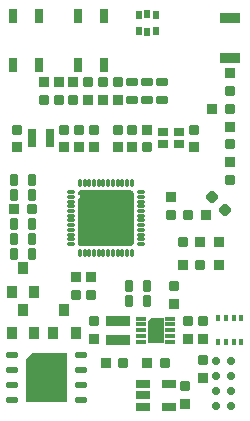
<source format=gbr>
%TF.GenerationSoftware,Altium Limited,Altium Designer,22.11.1 (43)*%
G04 Layer_Color=8388736*
%FSLAX45Y45*%
%MOMM*%
%TF.SameCoordinates,68354FB4-E10A-4FE8-B7D5-3B9F33A940C7*%
%TF.FilePolarity,Negative*%
%TF.FileFunction,Soldermask,Top*%
%TF.Part,Single*%
G01*
G75*
%TA.AperFunction,ViaPad*%
%ADD44C,0.70000*%
%TA.AperFunction,SMDPad,CuDef*%
%ADD49R,0.90160X0.90160*%
G04:AMPARAMS|DCode=50|XSize=0.9016mm|YSize=0.9016mm|CornerRadius=0.1308mm|HoleSize=0mm|Usage=FLASHONLY|Rotation=0.000|XOffset=0mm|YOffset=0mm|HoleType=Round|Shape=RoundedRectangle|*
%AMROUNDEDRECTD50*
21,1,0.90160,0.64000,0,0,0.0*
21,1,0.64000,0.90160,0,0,0.0*
1,1,0.26160,0.32000,-0.32000*
1,1,0.26160,-0.32000,-0.32000*
1,1,0.26160,-0.32000,0.32000*
1,1,0.26160,0.32000,0.32000*
%
%ADD50ROUNDEDRECTD50*%
G04:AMPARAMS|DCode=51|XSize=0.9016mm|YSize=0.9016mm|CornerRadius=0.1508mm|HoleSize=0mm|Usage=FLASHONLY|Rotation=0.000|XOffset=0mm|YOffset=0mm|HoleType=Round|Shape=RoundedRectangle|*
%AMROUNDEDRECTD51*
21,1,0.90160,0.60000,0,0,0.0*
21,1,0.60000,0.90160,0,0,0.0*
1,1,0.30160,0.30000,-0.30000*
1,1,0.30160,-0.30000,-0.30000*
1,1,0.30160,-0.30000,0.30000*
1,1,0.30160,0.30000,0.30000*
%
%ADD51ROUNDEDRECTD51*%
G04:AMPARAMS|DCode=52|XSize=0.9016mm|YSize=0.9016mm|CornerRadius=0.1308mm|HoleSize=0mm|Usage=FLASHONLY|Rotation=270.000|XOffset=0mm|YOffset=0mm|HoleType=Round|Shape=RoundedRectangle|*
%AMROUNDEDRECTD52*
21,1,0.90160,0.64000,0,0,270.0*
21,1,0.64000,0.90160,0,0,270.0*
1,1,0.26160,-0.32000,-0.32000*
1,1,0.26160,-0.32000,0.32000*
1,1,0.26160,0.32000,0.32000*
1,1,0.26160,0.32000,-0.32000*
%
%ADD52ROUNDEDRECTD52*%
G04:AMPARAMS|DCode=53|XSize=0.9016mm|YSize=0.9016mm|CornerRadius=0.1508mm|HoleSize=0mm|Usage=FLASHONLY|Rotation=270.000|XOffset=0mm|YOffset=0mm|HoleType=Round|Shape=RoundedRectangle|*
%AMROUNDEDRECTD53*
21,1,0.90160,0.60000,0,0,270.0*
21,1,0.60000,0.90160,0,0,270.0*
1,1,0.30160,-0.30000,-0.30000*
1,1,0.30160,-0.30000,0.30000*
1,1,0.30160,0.30000,0.30000*
1,1,0.30160,0.30000,-0.30000*
%
%ADD53ROUNDEDRECTD53*%
G04:AMPARAMS|DCode=54|XSize=0.7016mm|YSize=1.0016mm|CornerRadius=0.1108mm|HoleSize=0mm|Usage=FLASHONLY|Rotation=90.000|XOffset=0mm|YOffset=0mm|HoleType=Round|Shape=RoundedRectangle|*
%AMROUNDEDRECTD54*
21,1,0.70160,0.78000,0,0,90.0*
21,1,0.48000,1.00160,0,0,90.0*
1,1,0.22160,0.39000,0.24000*
1,1,0.22160,0.39000,-0.24000*
1,1,0.22160,-0.39000,-0.24000*
1,1,0.22160,-0.39000,0.24000*
%
%ADD54ROUNDEDRECTD54*%
G04:AMPARAMS|DCode=55|XSize=0.7016mm|YSize=1.0016mm|CornerRadius=0.1258mm|HoleSize=0mm|Usage=FLASHONLY|Rotation=90.000|XOffset=0mm|YOffset=0mm|HoleType=Round|Shape=RoundedRectangle|*
%AMROUNDEDRECTD55*
21,1,0.70160,0.75000,0,0,90.0*
21,1,0.45000,1.00160,0,0,90.0*
1,1,0.25160,0.37500,0.22500*
1,1,0.25160,0.37500,-0.22500*
1,1,0.25160,-0.37500,-0.22500*
1,1,0.25160,-0.37500,0.22500*
%
%ADD55ROUNDEDRECTD55*%
%ADD56R,0.75160X1.15160*%
G04:AMPARAMS|DCode=57|XSize=0.7016mm|YSize=1.0016mm|CornerRadius=0.1258mm|HoleSize=0mm|Usage=FLASHONLY|Rotation=180.000|XOffset=0mm|YOffset=0mm|HoleType=Round|Shape=RoundedRectangle|*
%AMROUNDEDRECTD57*
21,1,0.70160,0.75000,0,0,180.0*
21,1,0.45000,1.00160,0,0,180.0*
1,1,0.25160,-0.22500,0.37500*
1,1,0.25160,0.22500,0.37500*
1,1,0.25160,0.22500,-0.37500*
1,1,0.25160,-0.22500,-0.37500*
%
%ADD57ROUNDEDRECTD57*%
G04:AMPARAMS|DCode=58|XSize=0.7016mm|YSize=1.0016mm|CornerRadius=0.1108mm|HoleSize=0mm|Usage=FLASHONLY|Rotation=180.000|XOffset=0mm|YOffset=0mm|HoleType=Round|Shape=RoundedRectangle|*
%AMROUNDEDRECTD58*
21,1,0.70160,0.78000,0,0,180.0*
21,1,0.48000,1.00160,0,0,180.0*
1,1,0.22160,-0.24000,0.39000*
1,1,0.22160,0.24000,0.39000*
1,1,0.22160,0.24000,-0.39000*
1,1,0.22160,-0.24000,-0.39000*
%
%ADD58ROUNDEDRECTD58*%
%ADD59R,0.45160X0.60160*%
%ADD60R,0.50160X0.65160*%
%ADD61R,0.60160X0.80160*%
%ADD62R,1.70160X0.90160*%
%ADD63R,0.85160X0.80160*%
%ADD64R,2.10160X0.95160*%
%ADD65R,1.20160X0.75160*%
G04:AMPARAMS|DCode=66|XSize=0.9016mm|YSize=0.9016mm|CornerRadius=0.1308mm|HoleSize=0mm|Usage=FLASHONLY|Rotation=135.000|XOffset=0mm|YOffset=0mm|HoleType=Round|Shape=RoundedRectangle|*
%AMROUNDEDRECTD66*
21,1,0.90160,0.64000,0,0,135.0*
21,1,0.64000,0.90160,0,0,135.0*
1,1,0.26160,0.00000,0.45255*
1,1,0.26160,0.45255,0.00000*
1,1,0.26160,0.00000,-0.45255*
1,1,0.26160,-0.45255,0.00000*
%
%ADD66ROUNDEDRECTD66*%
G04:AMPARAMS|DCode=67|XSize=0.9016mm|YSize=0.9016mm|CornerRadius=0.1508mm|HoleSize=0mm|Usage=FLASHONLY|Rotation=135.000|XOffset=0mm|YOffset=0mm|HoleType=Round|Shape=RoundedRectangle|*
%AMROUNDEDRECTD67*
21,1,0.90160,0.60000,0,0,135.0*
21,1,0.60000,0.90160,0,0,135.0*
1,1,0.30160,0.00000,0.42427*
1,1,0.30160,0.42427,0.00000*
1,1,0.30160,0.00000,-0.42427*
1,1,0.30160,-0.42427,0.00000*
%
%ADD67ROUNDEDRECTD67*%
%ADD68R,0.95160X0.40160*%
%ADD69R,0.90160X1.00160*%
%ADD70R,0.80160X1.50160*%
%ADD71O,0.30160X0.80160*%
%ADD72O,0.80160X0.30160*%
%ADD73O,1.10160X0.50160*%
G36*
X595996Y555007D02*
X596953Y554716D01*
X597836Y554245D01*
X598609Y553610D01*
X599244Y552836D01*
X599716Y551954D01*
X600006Y550996D01*
X600104Y550000D01*
Y150000D01*
X600006Y149004D01*
X599716Y148046D01*
X599244Y147164D01*
X598609Y146390D01*
X597836Y145756D01*
X596953Y145284D01*
X595996Y144993D01*
X595000Y144895D01*
X255000D01*
X254004Y144993D01*
X253046Y145284D01*
X252164Y145756D01*
X251390Y146390D01*
X250756Y147164D01*
X250284Y148046D01*
X249993Y149004D01*
X249895Y150000D01*
Y500000D01*
X249993Y500996D01*
X250284Y501954D01*
X250756Y502836D01*
X251390Y503610D01*
X301390Y553610D01*
X302164Y554245D01*
X303046Y554716D01*
X304004Y555007D01*
X305000Y555105D01*
X595000D01*
X595996Y555007D01*
D02*
G37*
G36*
X1312503Y857605D02*
X1412500D01*
X1413496Y857507D01*
X1414454Y857216D01*
X1415336Y856745D01*
X1416110Y856110D01*
X1416744Y855336D01*
X1417216Y854454D01*
X1417507Y853496D01*
X1417605Y852500D01*
Y647500D01*
X1417507Y646504D01*
X1417216Y645547D01*
X1416744Y644664D01*
X1416110Y643891D01*
X1415336Y643256D01*
X1414454Y642784D01*
X1413496Y642494D01*
X1412500Y642395D01*
X1287500D01*
X1286504Y642494D01*
X1285547Y642784D01*
X1284664Y643256D01*
X1283890Y643891D01*
X1283256Y644664D01*
X1282784Y645547D01*
X1282493Y646504D01*
X1282395Y647500D01*
Y827500D01*
X1282493Y828496D01*
X1282784Y829454D01*
X1283256Y830336D01*
X1283890Y831110D01*
X1308890Y856110D01*
X1309664Y856745D01*
X1310239Y857052D01*
X1310547Y857216D01*
X1311504Y857507D01*
X1312500Y857605D01*
X1312503Y857605D01*
D02*
G37*
G36*
X1137966Y1935007D02*
X1141830Y1934238D01*
X1142787Y1933947D01*
X1146427Y1932440D01*
X1147310Y1931968D01*
X1147311Y1931967D01*
X1150585Y1929779D01*
X1151359Y1929144D01*
X1154145Y1926359D01*
X1154779Y1925585D01*
X1156967Y1922311D01*
X1156968Y1922310D01*
X1157440Y1921427D01*
X1158947Y1917787D01*
X1159238Y1916830D01*
X1160007Y1912966D01*
X1160105Y1911970D01*
Y1910000D01*
Y1490000D01*
Y1488030D01*
X1160007Y1487034D01*
X1159238Y1483170D01*
X1158947Y1482213D01*
X1157440Y1478573D01*
X1156968Y1477690D01*
X1156967Y1477689D01*
X1154779Y1474415D01*
X1154145Y1473641D01*
X1151359Y1470855D01*
X1150585Y1470221D01*
X1147311Y1468033D01*
X1147310Y1468032D01*
X1146427Y1467560D01*
X1142787Y1466052D01*
X1141830Y1465762D01*
X1137966Y1464993D01*
X1136970Y1464895D01*
X713030D01*
X712034Y1464993D01*
X708170Y1465762D01*
X707213Y1466052D01*
X703573Y1467560D01*
X702690Y1468032D01*
X702689Y1468033D01*
X699415Y1470221D01*
X698641Y1470855D01*
X695855Y1473641D01*
X695221Y1474415D01*
X693033Y1477689D01*
X693032Y1477690D01*
X692560Y1478573D01*
X691052Y1482213D01*
X690762Y1483170D01*
X689993Y1487034D01*
X689895Y1488030D01*
Y1490000D01*
Y1860000D01*
X689928Y1860332D01*
X689939Y1860667D01*
X689977Y1860829D01*
X689993Y1860996D01*
X690090Y1861316D01*
X690166Y1861641D01*
X690235Y1861793D01*
X690284Y1861953D01*
X690441Y1862248D01*
X690579Y1862552D01*
X690677Y1862688D01*
X690756Y1862836D01*
X690967Y1863094D01*
X691162Y1863366D01*
X691284Y1863480D01*
X691390Y1863609D01*
X691649Y1863822D01*
X691893Y1864050D01*
X692035Y1864138D01*
X692164Y1864244D01*
X692458Y1864401D01*
X692742Y1864578D01*
X692900Y1864637D01*
X693046Y1864716D01*
X693364Y1864812D01*
X693679Y1864931D01*
X693844Y1864958D01*
X694004Y1865006D01*
X694336Y1865039D01*
X694666Y1865094D01*
X696775Y1865232D01*
X700683Y1866279D01*
X704040Y1868217D01*
X706782Y1870959D01*
X708721Y1874317D01*
X709724Y1878061D01*
Y1881938D01*
X708721Y1885683D01*
X706783Y1889040D01*
X704041Y1891782D01*
X700683Y1893721D01*
X696775Y1894768D01*
X694666Y1894906D01*
X694337Y1894960D01*
X694004Y1894993D01*
X693946Y1895011D01*
X693843Y1895042D01*
X693679Y1895069D01*
X693366Y1895187D01*
X693046Y1895284D01*
X692899Y1895363D01*
X692742Y1895422D01*
X692459Y1895598D01*
X692164Y1895755D01*
X692034Y1895862D01*
X691892Y1895950D01*
X691649Y1896178D01*
X691390Y1896390D01*
X691284Y1896520D01*
X691162Y1896634D01*
X690967Y1896906D01*
X690756Y1897164D01*
X690677Y1897311D01*
X690579Y1897448D01*
X690441Y1897752D01*
X690284Y1898046D01*
X690235Y1898207D01*
X690166Y1898359D01*
X690091Y1898683D01*
X689993Y1899004D01*
X689977Y1899171D01*
X689939Y1899334D01*
X689928Y1899667D01*
X689895Y1900000D01*
Y1910000D01*
Y1911970D01*
X689993Y1912966D01*
X690762Y1916830D01*
X691052Y1917787D01*
X692560Y1921427D01*
X693032Y1922310D01*
X693033Y1922311D01*
X695221Y1925585D01*
X695855Y1926359D01*
X698641Y1929144D01*
X699415Y1929779D01*
X702689Y1931967D01*
X702690Y1931968D01*
X703573Y1932440D01*
X707213Y1933947D01*
X708170Y1934238D01*
X712034Y1935007D01*
X713030Y1935105D01*
X1136970D01*
X1137966Y1935007D01*
D02*
G37*
D44*
X1861500Y490500D02*
D03*
X1988500Y363500D02*
D03*
Y109500D02*
D03*
X1861500D02*
D03*
Y236500D02*
D03*
X1988500D02*
D03*
X1861500Y363500D02*
D03*
X1988500Y490500D02*
D03*
D49*
X1880000Y1500000D02*
D03*
Y1300000D02*
D03*
D50*
X1725000Y1500000D02*
D03*
X1575000Y1300000D02*
D03*
X925000Y475000D02*
D03*
X1275000D02*
D03*
X1775000Y1725000D02*
D03*
X150000Y1775000D02*
D03*
X1825000Y2625000D02*
D03*
D51*
X1575000Y1500000D02*
D03*
X1725000Y1300000D02*
D03*
X1075000Y475000D02*
D03*
X1425000Y475000D02*
D03*
X1625000Y1725000D02*
D03*
X300000Y1775000D02*
D03*
X1975000Y2625000D02*
D03*
D52*
X825000Y2300000D02*
D03*
X1750000Y350000D02*
D03*
X1025000Y2300000D02*
D03*
X1150000D02*
D03*
X700000D02*
D03*
X400000Y2850000D02*
D03*
X525000D02*
D03*
X650000D02*
D03*
X775000Y2700000D02*
D03*
X900000D02*
D03*
X1025000D02*
D03*
X175000Y2300000D02*
D03*
X1275000Y2450000D02*
D03*
X1675000Y2300000D02*
D03*
X575000D02*
D03*
X1975000Y2175000D02*
D03*
X1475000Y1875000D02*
D03*
X825000Y675000D02*
D03*
X800000Y1200000D02*
D03*
X1500000Y975000D02*
D03*
X1600000Y125000D02*
D03*
X1750000Y675000D02*
D03*
X1625000D02*
D03*
X675000Y1200000D02*
D03*
X1975000Y2925000D02*
D03*
Y2475000D02*
D03*
D53*
X825000Y2450000D02*
D03*
X1750000Y500000D02*
D03*
X1025000Y2450000D02*
D03*
X1150000D02*
D03*
X700000D02*
D03*
X400000Y2700000D02*
D03*
X525000D02*
D03*
X650000D02*
D03*
X775000Y2850000D02*
D03*
X900000D02*
D03*
X1025000D02*
D03*
X175000Y2450000D02*
D03*
X1275000Y2300000D02*
D03*
X1675000Y2450000D02*
D03*
X575000D02*
D03*
X1975000Y2025000D02*
D03*
X1475000Y1725000D02*
D03*
X825000Y825000D02*
D03*
X800000Y1050000D02*
D03*
X1500000Y1125000D02*
D03*
X1600000Y275000D02*
D03*
X1750000Y825000D02*
D03*
X1625000Y825000D02*
D03*
X675000Y1050000D02*
D03*
X1975000Y2775000D02*
D03*
Y2325000D02*
D03*
D54*
X1150000Y2850000D02*
D03*
X1275000Y2850000D02*
D03*
X1400000Y2850000D02*
D03*
D55*
X1150000Y2700000D02*
D03*
X1275000D02*
D03*
X1400000Y2700000D02*
D03*
D56*
X692500Y2992500D02*
D03*
X907500Y3407500D02*
D03*
Y2992500D02*
D03*
X692500Y3407500D02*
D03*
X142500Y2992500D02*
D03*
X357500Y3407500D02*
D03*
Y2992500D02*
D03*
X142500Y3407500D02*
D03*
D57*
X1275000Y1125000D02*
D03*
X300000Y1650000D02*
D03*
X1275000Y1000000D02*
D03*
X300000Y1900000D02*
D03*
Y1525000D02*
D03*
X150000Y2025000D02*
D03*
X300000Y1400000D02*
D03*
D58*
X1125000Y1125000D02*
D03*
X150000Y1650000D02*
D03*
X1125000Y1000000D02*
D03*
X150000Y1900000D02*
D03*
Y1525000D02*
D03*
X300000Y2025000D02*
D03*
X150000Y1400000D02*
D03*
D59*
X1877500Y852500D02*
D03*
X1942500D02*
D03*
X2007500D02*
D03*
X2072500D02*
D03*
Y647500D02*
D03*
X2007500D02*
D03*
X1942500D02*
D03*
X1877500D02*
D03*
D60*
X1347500Y3284644D02*
D03*
Y3419644D02*
D03*
X1202500Y3284644D02*
D03*
Y3419644D02*
D03*
D61*
X1275000Y3277144D02*
D03*
Y3427144D02*
D03*
D62*
X1975000Y3055000D02*
D03*
Y3395000D02*
D03*
D63*
X1407500Y2425000D02*
D03*
X1542500Y2325000D02*
D03*
X1407500D02*
D03*
X1542500Y2425000D02*
D03*
D64*
X1025000Y667500D02*
D03*
X1025000Y832500D02*
D03*
D65*
X1240000Y105000D02*
D03*
X1240000Y295000D02*
D03*
X1460000Y105000D02*
D03*
Y295000D02*
D03*
X1240000Y200000D02*
D03*
D66*
X1825000Y1875000D02*
D03*
D67*
X1931066Y1768934D02*
D03*
D68*
X1472500Y850000D02*
D03*
X1472500Y800000D02*
D03*
Y750000D02*
D03*
Y700000D02*
D03*
X1472500Y650000D02*
D03*
X1227500Y650000D02*
D03*
Y700000D02*
D03*
Y750000D02*
D03*
Y800000D02*
D03*
X1227500Y850000D02*
D03*
D69*
X575000Y925000D02*
D03*
X480000Y725000D02*
D03*
X670000D02*
D03*
X225000Y925000D02*
D03*
X130000Y725000D02*
D03*
X320000D02*
D03*
X225000Y1275000D02*
D03*
X130000Y1075000D02*
D03*
X320000D02*
D03*
D70*
X300000Y2375000D02*
D03*
X450000D02*
D03*
D71*
X945000Y1995000D02*
D03*
X905000D02*
D03*
X985000D02*
D03*
X1025000D02*
D03*
X1105000D02*
D03*
X1145000D02*
D03*
X865000D02*
D03*
X825000D02*
D03*
X785000D02*
D03*
X745000D02*
D03*
X705000D02*
D03*
X1065000D02*
D03*
X905000Y1405000D02*
D03*
X945000D02*
D03*
X865000D02*
D03*
X825000D02*
D03*
X745000D02*
D03*
X705000D02*
D03*
X985000D02*
D03*
X1025000D02*
D03*
X1065000D02*
D03*
X1105000D02*
D03*
X1145000D02*
D03*
X785000D02*
D03*
D72*
X1220000Y1680000D02*
D03*
Y1720000D02*
D03*
Y1640000D02*
D03*
Y1600000D02*
D03*
Y1520000D02*
D03*
Y1480000D02*
D03*
Y1760000D02*
D03*
Y1800000D02*
D03*
Y1840000D02*
D03*
Y1880000D02*
D03*
Y1920000D02*
D03*
Y1560000D02*
D03*
X630000Y1720000D02*
D03*
Y1680000D02*
D03*
Y1760000D02*
D03*
Y1800000D02*
D03*
Y1880000D02*
D03*
Y1920000D02*
D03*
Y1640000D02*
D03*
Y1600000D02*
D03*
Y1560000D02*
D03*
Y1520000D02*
D03*
Y1480000D02*
D03*
Y1840000D02*
D03*
D73*
X135000Y159500D02*
D03*
Y286500D02*
D03*
Y413500D02*
D03*
Y540500D02*
D03*
X715000D02*
D03*
Y413500D02*
D03*
Y286500D02*
D03*
Y159500D02*
D03*
%TF.MD5,53f0b8482d9f956fe219ff8c5a6939b5*%
M02*

</source>
